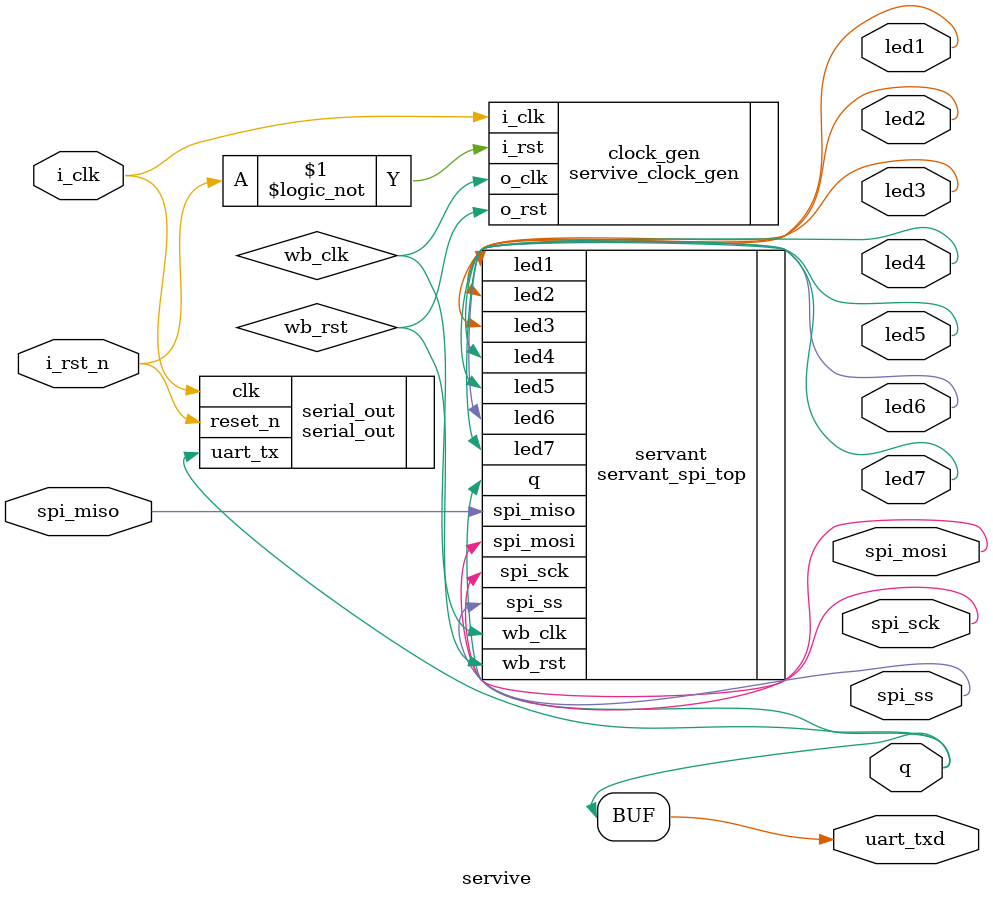
<source format=v>
`default_nettype none
module servive
(
 input wire 	   i_clk,
 input wire 	   i_rst_n,
 input wire       spi_miso,
 output wire      spi_sck,
 output wire      spi_ss,
 output wire      spi_mosi,
 output wire 	   q,
 output wire 	   uart_txd,
 output wire led1,
 output wire led2,
 output wire led3,
 output wire led4,
 output wire led5,
 output wire led6,
 output wire led7);

   parameter memfile = "zephyr_hello.hex";
   parameter memsize = 8192;

   wire      wb_clk;
   wire      wb_rst;

   assign uart_txd = q;

   servive_clock_gen clock_gen
     (.i_clk (i_clk),
      .i_rst (!i_rst_n),
      .o_clk (wb_clk),
      .o_rst (wb_rst));

   servant_spi_top
     #(.memfile (memfile),
       .memsize (memsize))
   servant
     (.wb_clk (wb_clk),
      .wb_rst (wb_rst),
      .spi_miso(spi_miso),
      .spi_sck(spi_sck),
      .spi_ss(spi_ss),
      .spi_mosi(spi_mosi),
      .q      (q),
      .led1(led1),
      .led2(led2),
      .led3(led3),
      .led4(led4),
      .led5(led5),
      .led6(led6),
      .led7(led7));
		
	serial_out serial_out
		(.clk(i_clk),
       .reset_n(i_rst_n),
       .uart_tx(q));

endmodule

</source>
